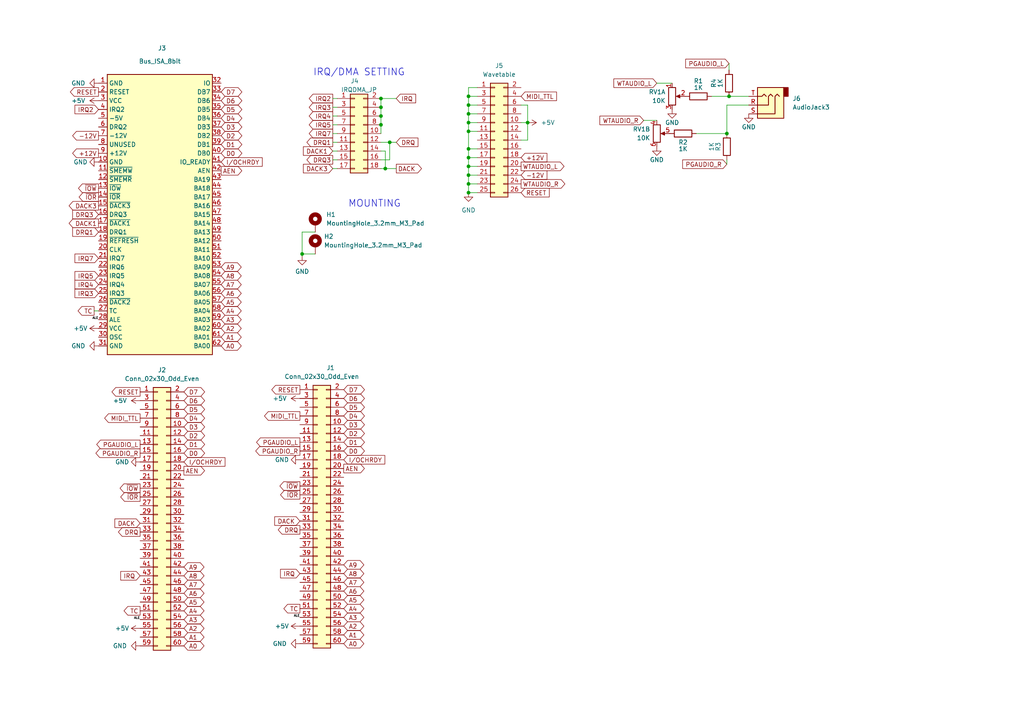
<source format=kicad_sch>
(kicad_sch (version 20230121) (generator eeschema)
  (paper "A4")
  (title_block (title "PicoGUS v1.1"))
  (lib_symbols
    (symbol "Connector:Bus_ISA_8bit"
      (property "Reference" "J3" (at 0.635 48.26 0))
      (property "Value" "Bus_ISA_8bit" (at 0 44.45 0))
      (symbol "Bus_ISA_8bit_0_1"
        (rectangle (start -15.24 -40.64) (end 15.24 40.64) (stroke (width 0.254)) (fill (type background)))
      )
      (symbol "Bus_ISA_8bit_1_1"
        (pin power_out line (at -17.78 38.1 0) (length 2.54) (name "GND") (number "1"))
        (pin passive line (at -17.78 15.24 0) (length 2.54) (name "GND") (number "10"))
        (pin output line (at -17.78 12.7 0) (length 2.54) (name "~{SMEMW}") (number "11"))
        (pin output line (at -17.78 10.16 0) (length 2.54) (name "~{SMEMR}") (number "12"))
        (pin output line (at -17.78 7.62 0) (length 2.54) (name "~{IOW}") (number "13"))
        (pin output line (at -17.78 5.08 0) (length 2.54) (name "~{IOR}") (number "14"))
        (pin passive line (at -17.78 2.54 0) (length 2.54) (name "~{DACK3}") (number "15"))
        (pin passive line (at -17.78 0 0) (length 2.54) (name "DRQ3") (number "16"))
        (pin passive line (at -17.78 -2.54 0) (length 2.54) (name "~{DACK1}") (number "17"))
        (pin passive line (at -17.78 -5.08 0) (length 2.54) (name "DRQ1") (number "18"))
        (pin passive line (at -17.78 -7.62 0) (length 2.54) (name "~{REFRESH}") (number "19"))
        (pin output line (at -17.78 35.56 0) (length 2.54) (name "RESET") (number "2"))
        (pin output line (at -17.78 -10.16 0) (length 2.54) (name "CLK") (number "20"))
        (pin passive line (at -17.78 -12.7 0) (length 2.54) (name "IRQ7") (number "21"))
        (pin passive line (at -17.78 -15.24 0) (length 2.54) (name "IRQ6") (number "22"))
        (pin passive line (at -17.78 -17.78 0) (length 2.54) (name "IRQ5") (number "23"))
        (pin passive line (at -17.78 -20.32 0) (length 2.54) (name "IRQ4") (number "24"))
        (pin passive line (at -17.78 -22.86 0) (length 2.54) (name "IRQ3") (number "25"))
        (pin passive line (at -17.78 -25.4 0) (length 2.54) (name "~{DACK2}") (number "26"))
        (pin passive line (at -17.78 -27.94 0) (length 2.54) (name "TC") (number "27"))
        (pin output line (at -17.78 -30.48 0) (length 2.54) (name "ALE") (number "28"))
        (pin passive line (at -17.78 -33.02 0) (length 2.54) (name "VCC") (number "29"))
        (pin power_out line (at -17.78 33.02 0) (length 2.54) (name "VCC") (number "3"))
        (pin output line (at -17.78 -35.56 0) (length 2.54) (name "OSC") (number "30"))
        (pin passive line (at -17.78 -38.1 0) (length 2.54) (name "GND") (number "31"))
        (pin passive line (at 17.78 38.1 180) (length 2.54) (name "IO") (number "32"))
        (pin tri_state line (at 17.78 35.56 180) (length 2.54) (name "DB7") (number "33"))
        (pin tri_state line (at 17.78 33.02 180) (length 2.54) (name "DB6") (number "34"))
        (pin tri_state line (at 17.78 30.48 180) (length 2.54) (name "DB5") (number "35"))
        (pin tri_state line (at 17.78 27.94 180) (length 2.54) (name "DB4") (number "36"))
        (pin tri_state line (at 17.78 25.4 180) (length 2.54) (name "DB3") (number "37"))
        (pin tri_state line (at 17.78 22.86 180) (length 2.54) (name "DB2") (number "38"))
        (pin tri_state line (at 17.78 20.32 180) (length 2.54) (name "DB1") (number "39"))
        (pin passive line (at -17.78 30.48 0) (length 2.54) (name "IRQ2") (number "4"))
        (pin tri_state line (at 17.78 17.78 180) (length 2.54) (name "DB0") (number "40"))
        (pin passive line (at 17.78 15.24 180) (length 2.54) (name "IO_READY") (number "41"))
        (pin output line (at 17.78 12.7 180) (length 2.54) (name "AEN") (number "42"))
        (pin tri_state line (at 17.78 10.16 180) (length 2.54) (name "BA19") (number "43"))
        (pin tri_state line (at 17.78 7.62 180) (length 2.54) (name "BA18") (number "44"))
        (pin tri_state line (at 17.78 5.08 180) (length 2.54) (name "BA17") (number "45"))
        (pin tri_state line (at 17.78 2.54 180) (length 2.54) (name "BA16") (number "46"))
        (pin tri_state line (at 17.78 0 180) (length 2.54) (name "BA15") (number "47"))
        (pin tri_state line (at 17.78 -2.54 180) (length 2.54) (name "BA14") (number "48"))
        (pin tri_state line (at 17.78 -5.08 180) (length 2.54) (name "BA13") (number "49"))
        (pin power_out line (at -17.78 27.94 0) (length 2.54) (name "-5V") (number "5"))
        (pin tri_state line (at 17.78 -7.62 180) (length 2.54) (name "BA12") (number "50"))
        (pin tri_state line (at 17.78 -10.16 180) (length 2.54) (name "BA11") (number "51"))
        (pin tri_state line (at 17.78 -12.7 180) (length 2.54) (name "BA10") (number "52"))
        (pin tri_state line (at 17.78 -15.24 180) (length 2.54) (name "BA09") (number "53"))
        (pin tri_state line (at 17.78 -17.78 180) (length 2.54) (name "BA08") (number "54"))
        (pin tri_state line (at 17.78 -20.32 180) (length 2.54) (name "BA07") (number "55"))
        (pin tri_state line (at 17.78 -22.86 180) (length 2.54) (name "BA06") (number "56"))
        (pin tri_state line (at 17.78 -25.4 180) (length 2.54) (name "BA05") (number "57"))
        (pin tri_state line (at 17.78 -27.94 180) (length 2.54) (name "BA04") (number "58"))
        (pin tri_state line (at 17.78 -30.48 180) (length 2.54) (name "BA03") (number "59"))
        (pin passive line (at -17.78 25.4 0) (length 2.54) (name "DRQ2") (number "6"))
        (pin tri_state line (at 17.78 -33.02 180) (length 2.54) (name "BA02") (number "60"))
        (pin tri_state line (at 17.78 -35.56 180) (length 2.54) (name "BA01") (number "61"))
        (pin tri_state line (at 17.78 -38.1 180) (length 2.54) (name "BA00") (number "62"))
        (pin power_out line (at -17.78 22.86 0) (length 2.54) (name "-12V") (number "7"))
        (pin passive line (at -17.78 20.32 0) (length 2.54) (name "UNUSED") (number "8"))
        (pin power_out line (at -17.78 17.78 0) (length 2.54) (name "+12V") (number "9"))
      )
    )
    (symbol "Connector_Audio:AudioJack3"
      (property "Reference" "J" (at 0 8.89 0))
      (property "Value" "AudioJack3" (at 0 6.35 0))
      (symbol "AudioJack3_0_1"
        (rectangle (start -5.08 -5.08) (end -6.35 -2.54) (stroke (width 0.254)) (fill (type outline)))
        (polyline (pts (xy 0 -2.54) (xy 0.635 -3.175) (xy 1.27 -2.54) (xy 2.54 -2.54)) (stroke (width 0.254)))
        (polyline (pts (xy -1.905 -2.54) (xy -1.27 -3.175) (xy -0.635 -2.54) (xy -0.635 0) (xy 2.54 0)) (stroke (width 0.254)))
        (polyline (pts (xy 2.54 2.54) (xy -2.54 2.54) (xy -2.54 -2.54) (xy -3.175 -3.175) (xy -3.81 -2.54)) (stroke (width 0.254)))
        (rectangle (start 2.54 3.81) (end -5.08 -5.08) (stroke (width 0.254)) (fill (type background)))
      )
      (symbol "AudioJack3_1_1"
        (pin passive line (at 5.08 0 180) (length 2.54) (name "~") (number "R"))
        (pin passive line (at 5.08 2.54 180) (length 2.54) (name "~") (number "S"))
        (pin passive line (at 5.08 -2.54 180) (length 2.54) (name "~") (number "T"))
      )
    )
    (symbol "Connector_Generic:Conn_02x09_Odd_Even" (pin_names (offset 1.016) hide)
      (property "Reference" "J" (at 1.27 12.7 0))
      (property "Value" "Conn_02x09_Odd_Even" (at 1.27 -12.7 0))
      (symbol "Conn_02x09_Odd_Even_1_1"
        (rectangle (start -1.27 -10.033) (end 0 -10.287) (stroke (width 0.1524)))
        (rectangle (start -1.27 -7.493) (end 0 -7.747) (stroke (width 0.1524)))
        (rectangle (start -1.27 -4.953) (end 0 -5.207) (stroke (width 0.1524)))
        (rectangle (start -1.27 -2.413) (end 0 -2.667) (stroke (width 0.1524)))
        (rectangle (start -1.27 0.127) (end 0 -0.127) (stroke (width 0.1524)))
        (rectangle (start -1.27 2.667) (end 0 2.413) (stroke (width 0.1524)))
        (rectangle (start -1.27 5.207) (end 0 4.953) (stroke (width 0.1524)))
        (rectangle (start -1.27 7.747) (end 0 7.493) (stroke (width 0.1524)))
        (rectangle (start -1.27 10.287) (end 0 10.033) (stroke (width 0.1524)))
        (rectangle (start -1.27 11.43) (end 3.81 -11.43) (stroke (width 0.254)) (fill (type background)))
        (rectangle (start 3.81 -10.033) (end 2.54 -10.287) (stroke (width 0.1524)))
        (rectangle (start 3.81 -7.493) (end 2.54 -7.747) (stroke (width 0.1524)))
        (rectangle (start 3.81 -4.953) (end 2.54 -5.207) (stroke (width 0.1524)))
        (rectangle (start 3.81 -2.413) (end 2.54 -2.667) (stroke (width 0.1524)))
        (rectangle (start 3.81 0.127) (end 2.54 -0.127) (stroke (width 0.1524)))
        (rectangle (start 3.81 2.667) (end 2.54 2.413) (stroke (width 0.1524)))
        (rectangle (start 3.81 5.207) (end 2.54 4.953) (stroke (width 0.1524)))
        (rectangle (start 3.81 7.747) (end 2.54 7.493) (stroke (width 0.1524)))
        (rectangle (start 3.81 10.287) (end 2.54 10.033) (stroke (width 0.1524)))
        (pin passive line (at -5.08 10.16 0) (length 3.81) (name "Pin_1") (number "1"))
        (pin passive line (at 7.62 0 180) (length 3.81) (name "Pin_10") (number "10"))
        (pin passive line (at -5.08 -2.54 0) (length 3.81) (name "Pin_11") (number "11"))
        (pin passive line (at 7.62 -2.54 180) (length 3.81) (name "Pin_12") (number "12"))
        (pin passive line (at -5.08 -5.08 0) (length 3.81) (name "Pin_13") (number "13"))
        (pin passive line (at 7.62 -5.08 180) (length 3.81) (name "Pin_14") (number "14"))
        (pin passive line (at -5.08 -7.62 0) (length 3.81) (name "Pin_15") (number "15"))
        (pin passive line (at 7.62 -7.62 180) (length 3.81) (name "Pin_16") (number "16"))
        (pin passive line (at -5.08 -10.16 0) (length 3.81) (name "Pin_17") (number "17"))
        (pin passive line (at 7.62 -10.16 180) (length 3.81) (name "Pin_18") (number "18"))
        (pin passive line (at 7.62 10.16 180) (length 3.81) (name "Pin_2") (number "2"))
        (pin passive line (at -5.08 7.62 0) (length 3.81) (name "Pin_3") (number "3"))
        (pin passive line (at 7.62 7.62 180) (length 3.81) (name "Pin_4") (number "4"))
        (pin passive line (at -5.08 5.08 0) (length 3.81) (name "Pin_5") (number "5"))
        (pin passive line (at 7.62 5.08 180) (length 3.81) (name "Pin_6") (number "6"))
        (pin passive line (at -5.08 2.54 0) (length 3.81) (name "Pin_7") (number "7"))
        (pin passive line (at 7.62 2.54 180) (length 3.81) (name "Pin_8") (number "8"))
        (pin passive line (at -5.08 0 0) (length 3.81) (name "Pin_9") (number "9"))
      )
    )
    (symbol "Connector_Generic:Conn_02x13_Odd_Even" (pin_names (offset 1.016) hide)
      (property "Reference" "J" (at 1.27 17.78 0))
      (property "Value" "Conn_02x13_Odd_Even" (at 1.27 -17.78 0))
      (symbol "Conn_02x13_Odd_Even_1_1"
        (rectangle (start -1.27 -15.113) (end 0 -15.367) (stroke (width 0.1524)))
        (rectangle (start -1.27 -12.573) (end 0 -12.827) (stroke (width 0.1524)))
        (rectangle (start -1.27 -10.033) (end 0 -10.287) (stroke (width 0.1524)))
        (rectangle (start -1.27 -7.493) (end 0 -7.747) (stroke (width 0.1524)))
        (rectangle (start -1.27 -4.953) (end 0 -5.207) (stroke (width 0.1524)))
        (rectangle (start -1.27 -2.413) (end 0 -2.667) (stroke (width 0.1524)))
        (rectangle (start -1.27 0.127) (end 0 -0.127) (stroke (width 0.1524)))
        (rectangle (start -1.27 2.667) (end 0 2.413) (stroke (width 0.1524)))
        (rectangle (start -1.27 5.207) (end 0 4.953) (stroke (width 0.1524)))
        (rectangle (start -1.27 7.747) (end 0 7.493) (stroke (width 0.1524)))
        (rectangle (start -1.27 10.287) (end 0 10.033) (stroke (width 0.1524)))
        (rectangle (start -1.27 12.827) (end 0 12.573) (stroke (width 0.1524)))
        (rectangle (start -1.27 15.367) (end 0 15.113) (stroke (width 0.1524)))
        (rectangle (start -1.27 16.51) (end 3.81 -16.51) (stroke (width 0.254)) (fill (type background)))
        (rectangle (start 3.81 -15.113) (end 2.54 -15.367) (stroke (width 0.1524)))
        (rectangle (start 3.81 -12.573) (end 2.54 -12.827) (stroke (width 0.1524)))
        (rectangle (start 3.81 -10.033) (end 2.54 -10.287) (stroke (width 0.1524)))
        (rectangle (start 3.81 -7.493) (end 2.54 -7.747) (stroke (width 0.1524)))
        (rectangle (start 3.81 -4.953) (end 2.54 -5.207) (stroke (width 0.1524)))
        (rectangle (start 3.81 -2.413) (end 2.54 -2.667) (stroke (width 0.1524)))
        (rectangle (start 3.81 0.127) (end 2.54 -0.127) (stroke (width 0.1524)))
        (rectangle (start 3.81 2.667) (end 2.54 2.413) (stroke (width 0.1524)))
        (rectangle (start 3.81 5.207) (end 2.54 4.953) (stroke (width 0.1524)))
        (rectangle (start 3.81 7.747) (end 2.54 7.493) (stroke (width 0.1524)))
        (rectangle (start 3.81 10.287) (end 2.54 10.033) (stroke (width 0.1524)))
        (rectangle (start 3.81 12.827) (end 2.54 12.573) (stroke (width 0.1524)))
        (rectangle (start 3.81 15.367) (end 2.54 15.113) (stroke (width 0.1524)))
        (pin passive line (at -5.08 15.24 0) (length 3.81) (name "Pin_1") (number "1"))
        (pin passive line (at 7.62 5.08 180) (length 3.81) (name "Pin_10") (number "10"))
        (pin passive line (at -5.08 2.54 0) (length 3.81) (name "Pin_11") (number "11"))
        (pin passive line (at 7.62 2.54 180) (length 3.81) (name "Pin_12") (number "12"))
        (pin passive line (at -5.08 0 0) (length 3.81) (name "Pin_13") (number "13"))
        (pin passive line (at 7.62 0 180) (length 3.81) (name "Pin_14") (number "14"))
        (pin passive line (at -5.08 -2.54 0) (length 3.81) (name "Pin_15") (number "15"))
        (pin passive line (at 7.62 -2.54 180) (length 3.81) (name "Pin_16") (number "16"))
        (pin passive line (at -5.08 -5.08 0) (length 3.81) (name "Pin_17") (number "17"))
        (pin passive line (at 7.62 -5.08 180) (length 3.81) (name "Pin_18") (number "18"))
        (pin passive line (at -5.08 -7.62 0) (length 3.81) (name "Pin_19") (number "19"))
        (pin passive line (at 7.62 15.24 180) (length 3.81) (name "Pin_2") (number "2"))
        (pin passive line (at 7.62 -7.62 180) (length 3.81) (name "Pin_20") (number "20"))
        (pin passive line (at -5.08 -10.16 0) (length 3.81) (name "Pin_21") (number "21"))
        (pin passive line (at 7.62 -10.16 180) (length 3.81) (name "Pin_22") (number "22"))
        (pin passive line (at -5.08 -12.7 0) (length 3.81) (name "Pin_23") (number "23"))
        (pin passive line (at 7.62 -12.7 180) (length 3.81) (name "Pin_24") (number "24"))
        (pin passive line (at -5.08 -15.24 0) (length 3.81) (name "Pin_25") (number "25"))
        (pin passive line (at 7.62 -15.24 180) (length 3.81) (name "Pin_26") (number "26"))
        (pin passive line (at -5.08 12.7 0) (length 3.81) (name "Pin_3") (number "3"))
        (pin passive line (at 7.62 12.7 180) (length 3.81) (name "Pin_4") (number "4"))
        (pin passive line (at -5.08 10.16 0) (length 3.81) (name "Pin_5") (number "5"))
        (pin passive line (at 7.62 10.16 180) (length 3.81) (name "Pin_6") (number "6"))
        (pin passive line (at -5.08 7.62 0) (length 3.81) (name "Pin_7") (number "7"))
        (pin passive line (at 7.62 7.62 180) (length 3.81) (name "Pin_8") (number "8"))
        (pin passive line (at -5.08 5.08 0) (length 3.81) (name "Pin_9") (number "9"))
      )
    )
    (symbol "Connector_Generic:Conn_02x30_Odd_Even" (pin_names (offset 1.016) hide)
      (property "Reference" "J" (at 1.27 38.1 0))
      (property "Value" "Conn_02x30_Odd_Even" (at 1.27 -40.64 0))
      (symbol "Conn_02x30_Odd_Even_1_1"
        (rectangle (start -1.27 -37.973) (end 0 -38.227) (stroke (width 0.1524)))
        (rectangle (start -1.27 -35.433) (end 0 -35.687) (stroke (width 0.1524)))
        (rectangle (start -1.27 -32.893) (end 0 -33.147) (stroke (width 0.1524)))
        (rectangle (start -1.27 -30.353) (end 0 -30.607) (stroke (width 0.1524)))
        (rectangle (start -1.27 -27.813) (end 0 -28.067) (stroke (width 0.1524)))
        (rectangle (start -1.27 -25.273) (end 0 -25.527) (stroke (width 0.1524)))
        (rectangle (start -1.27 -22.733) (end 0 -22.987) (stroke (width 0.1524)))
        (rectangle (start -1.27 -20.193) (end 0 -20.447) (stroke (width 0.1524)))
        (rectangle (start -1.27 -17.653) (end 0 -17.907) (stroke (width 0.1524)))
        (rectangle (start -1.27 -15.113) (end 0 -15.367) (stroke (width 0.1524)))
        (rectangle (start -1.27 -12.573) (end 0 -12.827) (stroke (width 0.1524)))
        (rectangle (start -1.27 -10.033) (end 0 -10.287) (stroke (width 0.1524)))
        (rectangle (start -1.27 -7.493) (end 0 -7.747) (stroke (width 0.1524)))
        (rectangle (start -1.27 -4.953) (end 0 -5.207) (stroke (width 0.1524)))
        (rectangle (start -1.27 -2.413) (end 0 -2.667) (stroke (width 0.1524)))
        (rectangle (start -1.27 0.127) (end 0 -0.127) (stroke (width 0.1524)))
        (rectangle (start -1.27 2.667) (end 0 2.413) (stroke (width 0.1524)))
        (rectangle (start -1.27 5.207) (end 0 4.953) (stroke (width 0.1524)))
        (rectangle (start -1.27 7.747) (end 0 7.493) (stroke (width 0.1524)))
        (rectangle (start -1.27 10.287) (end 0 10.033) (stroke (width 0.1524)))
        (rectangle (start -1.27 12.827) (end 0 12.573) (stroke (width 0.1524)))
        (rectangle (start -1.27 15.367) (end 0 15.113) (stroke (width 0.1524)))
        (rectangle (start -1.27 17.907) (end 0 17.653) (stroke (width 0.1524)))
        (rectangle (start -1.27 20.447) (end 0 20.193) (stroke (width 0.1524)))
        (rectangle (start -1.27 22.987) (end 0 22.733) (stroke (width 0.1524)))
        (rectangle (start -1.27 25.527) (end 0 25.273) (stroke (width 0.1524)))
        (rectangle (start -1.27 28.067) (end 0 27.813) (stroke (width 0.1524)))
        (rectangle (start -1.27 30.607) (end 0 30.353) (stroke (width 0.1524)))
        (rectangle (start -1.27 33.147) (end 0 32.893) (stroke (width 0.1524)))
        (rectangle (start -1.27 35.687) (end 0 35.433) (stroke (width 0.1524)))
        (rectangle (start -1.27 36.83) (end 3.81 -39.37) (stroke (width 0.254)) (fill (type background)))
        (rectangle (start 3.81 -37.973) (end 2.54 -38.227) (stroke (width 0.1524)))
        (rectangle (start 3.81 -35.433) (end 2.54 -35.687) (stroke (width 0.1524)))
        (rectangle (start 3.81 -32.893) (end 2.54 -33.147) (stroke (width 0.1524)))
        (rectangle (start 3.81 -30.353) (end 2.54 -30.607) (stroke (width 0.1524)))
        (rectangle (start 3.81 -27.813) (end 2.54 -28.067) (stroke (width 0.1524)))
        (rectangle (start 3.81 -25.273) (end 2.54 -25.527) (stroke (width 0.1524)))
        (rectangle (start 3.81 -22.733) (end 2.54 -22.987) (stroke (width 0.1524)))
        (rectangle (start 3.81 -20.193) (end 2.54 -20.447) (stroke (width 0.1524)))
        (rectangle (start 3.81 -17.653) (end 2.54 -17.907) (stroke (width 0.1524)))
        (rectangle (start 3.81 -15.113) (end 2.54 -15.367) (stroke (width 0.1524)))
        (rectangle (start 3.81 -12.573) (end 2.54 -12.827) (stroke (width 0.1524)))
        (rectangle (start 3.81 -10.033) (end 2.54 -10.287) (stroke (width 0.1524)))
        (rectangle (start 3.81 -7.493) (end 2.54 -7.747) (stroke (width 0.1524)))
        (rectangle (start 3.81 -4.953) (end 2.54 -5.207) (stroke (width 0.1524)))
        (rectangle (start 3.81 -2.413) (end 2.54 -2.667) (stroke (width 0.1524)))
        (rectangle (start 3.81 0.127) (end 2.54 -0.127) (stroke (width 0.1524)))
        (rectangle (start 3.81 2.667) (end 2.54 2.413) (stroke (width 0.1524)))
        (rectangle (start 3.81 5.207) (end 2.54 4.953) (stroke (width 0.1524)))
        (rectangle (start 3.81 7.747) (end 2.54 7.493) (stroke (width 0.1524)))
        (rectangle (start 3.81 10.287) (end 2.54 10.033) (stroke (width 0.1524)))
        (rectangle (start 3.81 12.827) (end 2.54 12.573) (stroke (width 0.1524)))
        (rectangle (start 3.81 15.367) (end 2.54 15.113) (stroke (width 0.1524)))
        (rectangle (start 3.81 17.907) (end 2.54 17.653) (stroke (width 0.1524)))
        (rectangle (start 3.81 20.447) (end 2.54 20.193) (stroke (width 0.1524)))
        (rectangle (start 3.81 22.987) (end 2.54 22.733) (stroke (width 0.1524)))
        (rectangle (start 3.81 25.527) (end 2.54 25.273) (stroke (width 0.1524)))
        (rectangle (start 3.81 28.067) (end 2.54 27.813) (stroke (width 0.1524)))
        (rectangle (start 3.81 30.607) (end 2.54 30.353) (stroke (width 0.1524)))
        (rectangle (start 3.81 33.147) (end 2.54 32.893) (stroke (width 0.1524)))
        (rectangle (start 3.81 35.687) (end 2.54 35.433) (stroke (width 0.1524)))
        (pin passive line (at -5.08 35.56 0) (length 3.81) (name "Pin_1") (number "1"))
        (pin passive line (at 7.62 25.4 180) (length 3.81) (name "Pin_10") (number "10"))
        (pin passive line (at -5.08 22.86 0) (length 3.81) (name "Pin_11") (number "11"))
        (pin passive line (at 7.62 22.86 180) (length 3.81) (name "Pin_12") (number "12"))
        (pin passive line (at -5.08 20.32 0) (length 3.81) (name "Pin_13") (number "13"))
        (pin passive line (at 7.62 20.32 180) (length 3.81) (name "Pin_14") (number "14"))
        (pin passive line (at -5.08 17.78 0) (length 3.81) (name "Pin_15") (number "15"))
        (pin passive line (at 7.62 17.78 180) (length 3.81) (name "Pin_16") (number "16"))
        (pin passive line (at -5.08 15.24 0) (length 3.81) (name "Pin_17") (number "17"))
        (pin passive line (at 7.62 15.24 180) (length 3.81) (name "Pin_18") (number "18"))
        (pin passive line (at -5.08 12.7 0) (length 3.81) (name "Pin_19") (number "19"))
        (pin passive line (at 7.62 35.56 180) (length 3.81) (name "Pin_2") (number "2"))
        (pin passive line (at 7.62 12.7 180) (length 3.81) (name "Pin_20") (number "20"))
        (pin passive line (at -5.08 10.16 0) (length 3.81) (name "Pin_21") (number "21"))
        (pin passive line (at 7.62 10.16 180) (length 3.81) (name "Pin_22") (number "22"))
        (pin passive line (at -5.08 7.62 0) (length 3.81) (name "Pin_23") (number "23"))
        (pin passive line (at 7.62 7.62 180) (length 3.81) (name "Pin_24") (number "24"))
        (pin passive line (at -5.08 5.08 0) (length 3.81) (name "Pin_25") (number "25"))
        (pin passive line (at 7.62 5.08 180) (length 3.81) (name "Pin_26") (number "26"))
        (pin passive line (at -5.08 2.54 0) (length 3.81) (name "Pin_27") (number "27"))
        (pin passive line (at 7.62 2.54 180) (length 3.81) (name "Pin_28") (number "28"))
        (pin passive line (at -5.08 0 0) (length 3.81) (name "Pin_29") (number "29"))
        (pin passive line (at -5.08 33.02 0) (length 3.81) (name "Pin_3") (number "3"))
        (pin passive line (at 7.62 0 180) (length 3.81) (name "Pin_30") (number "30"))
        (pin passive line (at -5.08 -2.54 0) (length 3.81) (name "Pin_31") (number "31"))
        (pin passive line (at 7.62 -2.54 180) (length 3.81) (name "Pin_32") (number "32"))
        (pin passive line (at -5.08 -5.08 0) (length 3.81) (name "Pin_33") (number "33"))
        (pin passive line (at 7.62 -5.08 180) (length 3.81) (name "Pin_34") (number "34"))
        (pin passive line (at -5.08 -7.62 0) (length 3.81) (name "Pin_35") (number "35"))
        (pin passive line (at 7.62 -7.62 180) (length 3.81) (name "Pin_36") (number "36"))
        (pin passive line (at -5.08 -10.16 0) (length 3.81) (name "Pin_37") (number "37"))
        (pin passive line (at 7.62 -10.16 180) (length 3.81) (name "Pin_38") (number "38"))
        (pin passive line (at -5.08 -12.7 0) (length 3.81) (name "Pin_39") (number "39"))
        (pin passive line (at 7.62 33.02 180) (length 3.81) (name "Pin_4") (number "4"))
        (pin passive line (at 7.62 -12.7 180) (length 3.81) (name "Pin_40") (number "40"))
        (pin passive line (at -5.08 -15.24 0) (length 3.81) (name "Pin_41") (number "41"))
        (pin passive line (at 7.62 -15.24 180) (length 3.81) (name "Pin_42") (number "42"))
        (pin passive line (at -5.08 -17.78 0) (length 3.81) (name "Pin_43") (number "43"))
        (pin passive line (at 7.62 -17.78 180) (length 3.81) (name "Pin_44") (number "44"))
        (pin passive line (at -5.08 -20.32 0) (length 3.81) (name "Pin_45") (number "45"))
        (pin passive line (at 7.62 -20.32 180) (length 3.81) (name "Pin_46") (number "46"))
        (pin passive line (at -5.08 -22.86 0) (length 3.81) (name "Pin_47") (number "47"))
        (pin passive line (at 7.62 -22.86 180) (length 3.81) (name "Pin_48") (number "48"))
        (pin passive line (at -5.08 -25.4 0) (length 3.81) (name "Pin_49") (number "49"))
        (pin passive line (at -5.08 30.48 0) (length 3.81) (name "Pin_5") (number "5"))
        (pin passive line (at 7.62 -25.4 180) (length 3.81) (name "Pin_50") (number "50"))
        (pin passive line (at -5.08 -27.94 0) (length 3.81) (name "Pin_51") (number "51"))
        (pin passive line (at 7.62 -27.94 180) (length 3.81) (name "Pin_52") (number "52"))
        (pin passive line (at -5.08 -30.48 0) (length 3.81) (name "Pin_53") (number "53"))
        (pin passive line (at 7.62 -30.48 180) (length 3.81) (name "Pin_54") (number "54"))
        (pin passive line (at -5.08 -33.02 0) (length 3.81) (name "Pin_55") (number "55"))
        (pin passive line (at 7.62 -33.02 180) (length 3.81) (name "Pin_56") (number "56"))
        (pin passive line (at -5.08 -35.56 0) (length 3.81) (name "Pin_57") (number "57"))
        (pin passive line (at 7.62 -35.56 180) (length 3.81) (name "Pin_58") (number "58"))
        (pin passive line (at -5.08 -38.1 0) (length 3.81) (name "Pin_59") (number "59"))
        (pin passive line (at 7.62 30.48 180) (length 3.81) (name "Pin_6") (number "6"))
        (pin passive line (at 7.62 -38.1 180) (length 3.81) (name "Pin_60") (number "60"))
        (pin passive line (at -5.08 27.94 0) (length 3.81) (name "Pin_7") (number "7"))
        (pin passive line (at 7.62 27.94 180) (length 3.81) (name "Pin_8") (number "8"))
        (pin passive line (at -5.08 25.4 0) (length 3.81) (name "Pin_9") (number "9"))
      )
    )
    (symbol "Device:R" (pin_numbers hide) (pin_names (offset 0))
      (property "Reference" "R" (at 2.032 0 90))
      (property "Value" "R" (at 0 0 90))
      (symbol "R_0_1"
        (rectangle (start -1.016 -2.54) (end 1.016 2.54) (stroke (width 0.254)))
      )
      (symbol "R_1_1"
        (pin passive line (at 0 3.81 270) (length 1.27) (name "~") (number "1"))
        (pin passive line (at 0 -3.81 90) (length 1.27) (name "~") (number "2"))
      )
    )
    (symbol "Device:R_Potentiometer_Dual_Separate" (pin_names (offset 1.016) hide)
      (property "Reference" "RV" (at -4.445 0 90))
      (property "Value" "R_Potentiometer_Dual_Separate" (at -2.54 0 90))
      (symbol "R_Potentiometer_Dual_Separate_0_1"
        (polyline (pts (xy 2.54 0) (xy 1.524 0)))
        (polyline (pts (xy 1.143 0) (xy 2.286 0.508) (xy 2.286 -0.508) (xy 1.143 0)) (fill (type outline)))
        (rectangle (start 1.016 2.54) (end -1.016 -2.54) (stroke (width 0.254)))
      )
      (symbol "R_Potentiometer_Dual_Separate_1_1"
        (pin passive line (at 0 3.81 270) (length 1.27) (name "1") (number "1"))
        (pin passive line (at 3.81 0 180) (length 1.27) (name "2") (number "2"))
        (pin passive line (at 0 -3.81 90) (length 1.27) (name "3") (number "3"))
      )
      (symbol "R_Potentiometer_Dual_Separate_2_1"
        (pin passive line (at 0 3.81 270) (length 1.27) (name "4") (number "4"))
        (pin passive line (at 3.81 0 180) (length 1.27) (name "5") (number "5"))
        (pin passive line (at 0 -3.81 90) (length 1.27) (name "6") (number "6"))
      )
    )
    (symbol "GND_1" (power) (pin_names (offset 0))
      (property "Value" "GND_1" (at 0 -3.81 0))
      (symbol "GND_1_0_1"
        (polyline (pts (xy 0 0) (xy 0 -1.27) (xy 1.27 -1.27) (xy 0 -2.54) (xy -1.27 -1.27) (xy 0 -1.27)))
      )
      (symbol "GND_1_1_1"
        (pin power_in line (at 0 0 270) (length 0) hide (name "GND") (number "1"))
      )
    )
    (symbol "Mechanical:MountingHole_Pad" (pin_numbers hide) (pin_names (offset 1.016) hide)
      (property "Reference" "H" (at 0 6.35 0))
      (property "Value" "MountingHole_Pad" (at 0 4.445 0))
      (symbol "MountingHole_Pad_0_1"
        (circle (center 0 1.27) (radius 1.27) (stroke (width 1.27)))
      )
      (symbol "MountingHole_Pad_1_1"
        (pin input line (at 0 -2.54 90) (length 2.54) (name "1") (number "1"))
      )
    )
    (symbol "power:+5V" (power) (pin_names (offset 0))
      (property "Value" "+5V" (at 0 3.556 0))
      (symbol "+5V_0_1"
        (polyline (pts (xy -0.762 1.27) (xy 0 2.54)))
        (polyline (pts (xy 0 0) (xy 0 2.54)))
        (polyline (pts (xy 0 2.54) (xy 0.762 1.27)))
      )
      (symbol "+5V_1_1"
        (pin power_in line (at 0 0 90) (length 0) hide (name "+5V") (number "1"))
      )
    )
    (symbol "power:GND" (power) (pin_names (offset 0))
      (property "Value" "GND" (at 0 -3.81 0))
      (symbol "GND_0_1"
        (polyline (pts (xy 0 0) (xy 0 -1.27) (xy 1.27 -1.27) (xy 0 -2.54) (xy -1.27 -1.27) (xy 0 -1.27)))
      )
      (symbol "GND_1_1"
        (pin power_in line (at 0 0 270) (length 0) hide (name "GND") (number "1"))
      )
    )
  )
  (junction (at 87.63 73.66))
  (junction (at 135.89 53.34))
  (junction (at 135.89 50.8))
  (junction (at 135.89 48.26))
  (junction (at 135.89 43.18))
  (junction (at 135.89 35.56))
  (junction (at 135.89 30.48))
  (junction (at 110.49 28.575))
  (junction (at 135.89 45.72))
  (junction (at 135.89 27.94))
  (junction (at 113.03 41.275))
  (junction (at 210.82 38.735))
  (junction (at 153.035 35.56))
  (junction (at 110.49 33.655))
  (junction (at 211.455 27.94))
  (junction (at 135.89 38.1))
  (junction (at 111.76 48.895))
  (junction (at 135.89 55.88))
  (junction (at 110.49 36.195))
  (junction (at 135.89 33.02))
  (junction (at 110.49 31.115))
  (wire (pts (xy 135.89 48.26) (xy 138.43 48.26)))
  (wire (pts (xy 151.13 40.64) (xy 153.035 40.64)))
  (wire (pts (xy 110.49 28.575) (xy 110.49 31.115)))
  (wire (pts (xy 96.52 38.735) (xy 97.79 38.735)))
  (wire (pts (xy 135.89 53.34) (xy 138.43 53.34)))
  (wire (pts (xy 96.52 46.355) (xy 97.79 46.355)))
  (wire (pts (xy 210.82 30.48) (xy 217.17 30.48)))
  (wire (pts (xy 91.44 67.31) (xy 87.63 67.31)))
  (wire (pts (xy 135.89 55.88) (xy 138.43 55.88)))
  (wire (pts (xy 96.52 28.575) (xy 97.79 28.575)))
  (wire (pts (xy 113.03 46.355) (xy 110.49 46.355)))
  (wire (pts (xy 190.5 24.13) (xy 194.945 24.13)))
  (wire (pts (xy 135.89 35.56) (xy 135.89 33.02)))
  (wire (pts (xy 210.82 47.625) (xy 210.82 46.355)))
  (wire (pts (xy 151.13 35.56) (xy 153.035 35.56)))
  (wire (pts (xy 135.89 50.8) (xy 138.43 50.8)))
  (wire (pts (xy 113.03 41.275) (xy 114.935 41.275)))
  (wire (pts (xy 96.52 43.815) (xy 97.79 43.815)))
  (wire (pts (xy 96.52 33.655) (xy 97.79 33.655)))
  (wire (pts (xy 110.49 43.815) (xy 111.76 43.815)))
  (wire (pts (xy 135.89 43.18) (xy 135.89 38.1)))
  (wire (pts (xy 153.035 35.56) (xy 153.035 30.48)))
  (wire (pts (xy 110.49 36.195) (xy 110.49 38.735)))
  (wire (pts (xy 135.89 55.88) (xy 135.89 53.34)))
  (wire (pts (xy 113.03 41.275) (xy 113.03 46.355)))
  (wire (pts (xy 96.52 41.275) (xy 97.79 41.275)))
  (wire (pts (xy 135.89 50.8) (xy 135.89 48.26)))
  (wire (pts (xy 135.89 53.34) (xy 135.89 50.8)))
  (wire (pts (xy 135.89 33.02) (xy 138.43 33.02)))
  (wire (pts (xy 111.76 48.895) (xy 114.935 48.895)))
  (wire (pts (xy 27.305 90.17) (xy 28.575 90.17)))
  (wire (pts (xy 186.69 34.925) (xy 190.5 34.925)))
  (wire (pts (xy 135.89 25.4) (xy 138.43 25.4)))
  (wire (pts (xy 201.93 38.735) (xy 210.82 38.735)))
  (wire (pts (xy 211.455 27.94) (xy 217.17 27.94)))
  (wire (pts (xy 135.89 45.72) (xy 135.89 43.18)))
  (wire (pts (xy 135.89 27.94) (xy 135.89 25.4)))
  (wire (pts (xy 135.89 27.94) (xy 138.43 27.94)))
  (wire (pts (xy 206.375 27.94) (xy 211.455 27.94)))
  (wire (pts (xy 151.13 30.48) (xy 153.035 30.48)))
  (wire (pts (xy 96.52 31.115) (xy 97.79 31.115)))
  (wire (pts (xy 135.89 38.1) (xy 135.89 35.56)))
  (wire (pts (xy 87.63 73.66) (xy 87.63 74.295)))
  (wire (pts (xy 110.49 31.115) (xy 110.49 33.655)))
  (wire (pts (xy 211.455 18.415) (xy 211.455 20.32)))
  (wire (pts (xy 110.49 48.895) (xy 111.76 48.895)))
  (wire (pts (xy 110.49 33.655) (xy 110.49 36.195)))
  (wire (pts (xy 135.89 43.18) (xy 138.43 43.18)))
  (wire (pts (xy 135.89 30.48) (xy 138.43 30.48)))
  (wire (pts (xy 110.49 28.575) (xy 114.935 28.575)))
  (wire (pts (xy 135.89 33.02) (xy 135.89 30.48)))
  (wire (pts (xy 135.89 38.1) (xy 138.43 38.1)))
  (wire (pts (xy 96.52 48.895) (xy 97.79 48.895)))
  (wire (pts (xy 153.035 40.64) (xy 153.035 35.56)))
  (wire (pts (xy 135.89 48.26) (xy 135.89 45.72)))
  (wire (pts (xy 91.44 73.66) (xy 87.63 73.66)))
  (wire (pts (xy 96.52 36.195) (xy 97.79 36.195)))
  (wire (pts (xy 110.49 41.275) (xy 113.03 41.275)))
  (wire (pts (xy 135.89 35.56) (xy 138.43 35.56)))
  (wire (pts (xy 135.89 45.72) (xy 138.43 45.72)))
  (wire (pts (xy 135.89 30.48) (xy 135.89 27.94)))
  (wire (pts (xy 87.63 67.31) (xy 87.63 73.66)))
  (wire (pts (xy 210.82 38.735) (xy 210.82 30.48)))
  (wire (pts (xy 111.76 43.815) (xy 111.76 48.895)))
  (text "MOUNTING" (at 100.965 60.325 0) (effects (font (size 2 2)) (justify left bottom)))
  (text "IRQ/DMA SETTING" (at 90.805 22.225 0) (effects (font (size 2 2)) (justify left bottom)))
  (label "ALE" (at 40.64 179.705 180) (effects (font (size 0.635 0.635))))
  (label "ALE" (at 86.995 179.07 180) (effects (font (size 0.635 0.635))))
  (label "ALE" (at 28.575 92.71 180) (effects (font (size 0.635 0.635))))
  (global_label "IRQ3" (shape input) (at 28.575 85.09 180) (property "Intersheetrefs" "${INTERSHEET_REFS}" (effects hide)))
  (global_label "A7" (shape bidirectional) (at 53.34 169.545 0) (property "Intersheetrefs" "${INTERSHEET_REFS}" (effects hide)))
  (global_label "A9" (shape bidirectional) (at 64.135 77.47 0) (property "Intersheetrefs" "${INTERSHEET_REFS}" (effects hide)))
  (global_label "D0" (shape bidirectional) (at 64.135 44.45 0) (property "Intersheetrefs" "${INTERSHEET_REFS}" (effects hide)))
  (global_label "PGAUDIO_R" (shape input) (at 210.82 47.625 180) (property "Intersheetrefs" "${INTERSHEET_REFS}" (effects hide)))
  (global_label "D2" (shape bidirectional) (at 53.34 126.365 0) (property "Intersheetrefs" "${INTERSHEET_REFS}" (effects hide)))
  (global_label "A2" (shape bidirectional) (at 53.34 182.245 0) (property "Intersheetrefs" "${INTERSHEET_REFS}" (effects hide)))
  (global_label "A0" (shape bidirectional) (at 64.135 100.33 0) (property "Intersheetrefs" "${INTERSHEET_REFS}" (effects hide)))
  (global_label "WTAUDIO_R" (shape output) (at 151.13 53.34 0) (property "Intersheetrefs" "${INTERSHEET_REFS}" (effects hide)))
  (global_label "A1" (shape bidirectional) (at 64.135 97.79 0) (property "Intersheetrefs" "${INTERSHEET_REFS}" (effects hide)))
  (global_label "D7" (shape bidirectional) (at 53.34 113.665 0) (property "Intersheetrefs" "${INTERSHEET_REFS}" (effects hide)))
  (global_label "A9" (shape bidirectional) (at 53.34 164.465 0) (property "Intersheetrefs" "${INTERSHEET_REFS}" (effects hide)))
  (global_label "DRQ3" (shape output) (at 96.52 46.355 180) (property "Intersheetrefs" "${INTERSHEET_REFS}" (effects hide)))
  (global_label "IRQ4" (shape output) (at 96.52 33.655 180) (property "Intersheetrefs" "${INTERSHEET_REFS}" (effects hide)))
  (global_label "A3" (shape bidirectional) (at 53.34 179.705 0) (property "Intersheetrefs" "${INTERSHEET_REFS}" (effects hide)))
  (global_label "D5" (shape bidirectional) (at 99.695 118.11 0) (property "Intersheetrefs" "${INTERSHEET_REFS}" (effects hide)))
  (global_label "PGAUDIO_L" (shape input) (at 211.455 18.415 180) (property "Intersheetrefs" "${INTERSHEET_REFS}" (effects hide)))
  (global_label "DACK" (shape input) (at 40.64 151.765 180) (property "Intersheetrefs" "${INTERSHEET_REFS}" (effects hide)))
  (global_label "D4" (shape bidirectional) (at 99.695 120.65 0) (property "Intersheetrefs" "${INTERSHEET_REFS}" (effects hide)))
  (global_label "D2" (shape bidirectional) (at 64.135 39.37 0) (property "Intersheetrefs" "${INTERSHEET_REFS}" (effects hide)))
  (global_label "WTAUDIO_L" (shape output) (at 151.13 48.26 0) (property "Intersheetrefs" "${INTERSHEET_REFS}" (effects hide)))
  (global_label "A4" (shape bidirectional) (at 99.695 176.53 0) (property "Intersheetrefs" "${INTERSHEET_REFS}" (effects hide)))
  (global_label "D6" (shape bidirectional) (at 99.695 115.57 0) (property "Intersheetrefs" "${INTERSHEET_REFS}" (effects hide)))
  (global_label "A2" (shape bidirectional) (at 99.695 181.61 0) (property "Intersheetrefs" "${INTERSHEET_REFS}" (effects hide)))
  (global_label "RESET" (shape input) (at 151.13 55.88 0) (property "Intersheetrefs" "${INTERSHEET_REFS}" (effects hide)))
  (global_label "DACK1" (shape output) (at 28.575 64.77 180) (property "Intersheetrefs" "${INTERSHEET_REFS}" (effects hide)))
  (global_label "D1" (shape bidirectional) (at 64.135 41.91 0) (property "Intersheetrefs" "${INTERSHEET_REFS}" (effects hide)))
  (global_label "D1" (shape bidirectional) (at 99.695 128.27 0) (property "Intersheetrefs" "${INTERSHEET_REFS}" (effects hide)))
  (global_label "A5" (shape bidirectional) (at 53.34 174.625 0) (property "Intersheetrefs" "${INTERSHEET_REFS}" (effects hide)))
  (global_label "DACK1" (shape input) (at 96.52 43.815 180) (property "Intersheetrefs" "${INTERSHEET_REFS}" (effects hide)))
  (global_label "A4" (shape bidirectional) (at 53.34 177.165 0) (property "Intersheetrefs" "${INTERSHEET_REFS}" (effects hide)))
  (global_label "IRQ5" (shape output) (at 96.52 36.195 180) (property "Intersheetrefs" "${INTERSHEET_REFS}" (effects hide)))
  (global_label "DRQ3" (shape input) (at 28.575 62.23 180) (property "Intersheetrefs" "${INTERSHEET_REFS}" (effects hide)))
  (global_label "A3" (shape bidirectional) (at 99.695 179.07 0) (property "Intersheetrefs" "${INTERSHEET_REFS}" (effects hide)))
  (global_label "A8" (shape bidirectional) (at 64.135 80.01 0) (property "Intersheetrefs" "${INTERSHEET_REFS}" (effects hide)))
  (global_label "D7" (shape bidirectional) (at 99.695 113.03 0) (property "Intersheetrefs" "${INTERSHEET_REFS}" (effects hide)))
  (global_label "A6" (shape bidirectional) (at 99.695 171.45 0) (property "Intersheetrefs" "${INTERSHEET_REFS}" (effects hide)))
  (global_label "D3" (shape bidirectional) (at 99.695 123.19 0) (property "Intersheetrefs" "${INTERSHEET_REFS}" (effects hide)))
  (global_label "PGAUDIO_L" (shape output) (at 86.995 128.27 180) (property "Intersheetrefs" "${INTERSHEET_REFS}" (effects hide)))
  (global_label "A6" (shape bidirectional) (at 53.34 172.085 0) (property "Intersheetrefs" "${INTERSHEET_REFS}" (effects hide)))
  (global_label "WTAUDIO_R" (shape input) (at 186.69 34.925 180) (property "Intersheetrefs" "${INTERSHEET_REFS}" (effects hide)))
  (global_label "TC" (shape output) (at 86.995 176.53 180) (property "Intersheetrefs" "${INTERSHEET_REFS}" (effects hide)))
  (global_label "A6" (shape bidirectional) (at 64.135 85.09 0) (property "Intersheetrefs" "${INTERSHEET_REFS}" (effects hide)))
  (global_label "DACK3" (shape output) (at 28.575 59.69 180) (property "Intersheetrefs" "${INTERSHEET_REFS}" (effects hide)))
  (global_label "D0" (shape bidirectional) (at 53.34 131.445 0) (property "Intersheetrefs" "${INTERSHEET_REFS}" (effects hide)))
  (global_label "MIDI_TTL" (shape output) (at 86.995 120.65 180) (property "Intersheetrefs" "${INTERSHEET_REFS}" (effects hide)))
  (global_label "A0" (shape bidirectional) (at 53.34 187.325 0) (property "Intersheetrefs" "${INTERSHEET_REFS}" (effects hide)))
  (global_label "-12V" (shape input) (at 151.13 50.8 0) (property "Intersheetrefs" "${INTERSHEET_REFS}" (effects hide)))
  (global_label "A2" (shape bidirectional) (at 64.135 95.25 0) (property "Intersheetrefs" "${INTERSHEET_REFS}" (effects hide)))
  (global_label "A4" (shape bidirectional) (at 64.135 90.17 0) (property "Intersheetrefs" "${INTERSHEET_REFS}" (effects hide)))
  (global_label "IRQ7" (shape input) (at 28.575 74.93 180) (property "Intersheetrefs" "${INTERSHEET_REFS}" (effects hide)))
  (global_label "D7" (shape bidirectional) (at 64.135 26.67 0) (property "Intersheetrefs" "${INTERSHEET_REFS}" (effects hide)))
  (global_label "~{IOR}" (shape output) (at 40.64 144.145 180) (property "Intersheetrefs" "${INTERSHEET_REFS}" (effects hide)))
  (global_label "~{IOR}" (shape output) (at 86.995 143.51 180) (property "Intersheetrefs" "${INTERSHEET_REFS}" (effects hide)))
  (global_label "D2" (shape bidirectional) (at 99.695 125.73 0) (property "Intersheetrefs" "${INTERSHEET_REFS}" (effects hide)))
  (global_label "~{IOW}" (shape output) (at 28.575 54.61 180) (property "Intersheetrefs" "${INTERSHEET_REFS}" (effects hide)))
  (global_label "~{IOR}" (shape output) (at 28.575 57.15 180) (property "Intersheetrefs" "${INTERSHEET_REFS}" (effects hide)))
  (global_label "DRQ" (shape output) (at 40.64 154.305 180) (property "Intersheetrefs" "${INTERSHEET_REFS}" (effects hide)))
  (global_label "D3" (shape bidirectional) (at 53.34 123.825 0) (property "Intersheetrefs" "${INTERSHEET_REFS}" (effects hide)))
  (global_label "MIDI_TTL" (shape output) (at 40.64 121.285 180) (property "Intersheetrefs" "${INTERSHEET_REFS}" (effects hide)))
  (global_label "+12V" (shape input) (at 151.13 45.72 0) (property "Intersheetrefs" "${INTERSHEET_REFS}" (effects hide)))
  (global_label "DRQ1" (shape input) (at 28.575 67.31 180) (property "Intersheetrefs" "${INTERSHEET_REFS}" (effects hide)))
  (global_label "+12V" (shape output) (at 28.575 44.45 180) (property "Intersheetrefs" "${INTERSHEET_REFS}" (effects hide)))
  (global_label "D5" (shape bidirectional) (at 53.34 118.745 0) (property "Intersheetrefs" "${INTERSHEET_REFS}" (effects hide)))
  (global_label "I{slash}OCHRDY" (shape input) (at 99.695 133.35 0) (property "Intersheetrefs" "${INTERSHEET_REFS}" (effects hide)))
  (global_label "IRQ2" (shape output) (at 96.52 28.575 180) (property "Intersheetrefs" "${INTERSHEET_REFS}" (effects hide)))
  (global_label "PGAUDIO_R" (shape output) (at 86.995 130.81 180) (property "Intersheetrefs" "${INTERSHEET_REFS}" (effects hide)))
  (global_label "IRQ" (shape input) (at 86.995 166.37 180) (property "Intersheetrefs" "${INTERSHEET_REFS}" (effects hide)))
  (global_label "D5" (shape bidirectional) (at 64.135 31.75 0) (property "Intersheetrefs" "${INTERSHEET_REFS}" (effects hide)))
  (global_label "AEN" (shape output) (at 53.34 136.525 0) (property "Intersheetrefs" "${INTERSHEET_REFS}" (effects hide)))
  (global_label "IRQ4" (shape input) (at 28.575 82.55 180) (property "Intersheetrefs" "${INTERSHEET_REFS}" (effects hide)))
  (global_label "IRQ2" (shape input) (at 28.575 31.75 180) (property "Intersheetrefs" "${INTERSHEET_REFS}" (effects hide)))
  (global_label "D1" (shape bidirectional) (at 53.34 128.905 0) (property "Intersheetrefs" "${INTERSHEET_REFS}" (effects hide)))
  (global_label "D6" (shape bidirectional) (at 53.34 116.205 0) (property "Intersheetrefs" "${INTERSHEET_REFS}" (effects hide)))
  (global_label "IRQ" (shape input) (at 114.935 28.575 0) (property "Intersheetrefs" "${INTERSHEET_REFS}" (effects hide)))
  (global_label "MIDI_TTL" (shape input) (at 151.13 27.94 0) (property "Intersheetrefs" "${INTERSHEET_REFS}" (effects hide)))
  (global_label "TC" (shape output) (at 27.305 90.17 180) (property "Intersheetrefs" "${INTERSHEET_REFS}" (effects hide)))
  (global_label "D4" (shape bidirectional) (at 53.34 121.285 0) (property "Intersheetrefs" "${INTERSHEET_REFS}" (effects hide)))
  (global_label "A7" (shape bidirectional) (at 64.135 82.55 0) (property "Intersheetrefs" "${INTERSHEET_REFS}" (effects hide)))
  (global_label "~{IOW}" (shape output) (at 86.995 140.97 180) (property "Intersheetrefs" "${INTERSHEET_REFS}" (effects hide)))
  (global_label "RESET" (shape output) (at 28.575 26.67 180) (property "Intersheetrefs" "${INTERSHEET_REFS}" (effects hide)))
  (global_label "D4" (shape bidirectional) (at 64.135 34.29 0) (property "Intersheetrefs" "${INTERSHEET_REFS}" (effects hide)))
  (global_label "I{slash}OCHRDY" (shape input) (at 64.135 46.99 0) (property "Intersheetrefs" "${INTERSHEET_REFS}" (effects hide)))
  (global_label "A7" (shape bidirectional) (at 99.695 168.91 0) (property "Intersheetrefs" "${INTERSHEET_REFS}" (effects hide)))
  (global_label "RESET" (shape output) (at 86.995 113.03 180) (property "Intersheetrefs" "${INTERSHEET_REFS}" (effects hide)))
  (global_label "DACK3" (shape input) (at 96.52 48.895 180) (property "Intersheetrefs" "${INTERSHEET_REFS}" (effects hide)))
  (global_label "AEN" (shape output) (at 64.135 49.53 0) (property "Intersheetrefs" "${INTERSHEET_REFS}" (effects hide)))
  (global_label "~{IOW}" (shape output) (at 40.64 141.605 180) (property "Intersheetrefs" "${INTERSHEET_REFS}" (effects hide)))
  (global_label "A0" (shape bidirectional) (at 99.695 186.69 0) (property "Intersheetrefs" "${INTERSHEET_REFS}" (effects hide)))
  (global_label "DACK" (shape output) (at 114.935 48.895 0) (property "Intersheetrefs" "${INTERSHEET_REFS}" (effects hide)))
  (global_label "A5" (shape bidirectional) (at 99.695 173.99 0) (property "Intersheetrefs" "${INTERSHEET_REFS}" (effects hide)))
  (global_label "-12V" (shape output) (at 28.575 39.37 180) (property "Intersheetrefs" "${INTERSHEET_REFS}" (effects hide)))
  (global_label "D3" (shape bidirectional) (at 64.135 36.83 0) (property "Intersheetrefs" "${INTERSHEET_REFS}" (effects hide)))
  (global_label "A5" (shape bidirectional) (at 64.135 87.63 0) (property "Intersheetrefs" "${INTERSHEET_REFS}" (effects hide)))
  (global_label "IRQ3" (shape output) (at 96.52 31.115 180) (property "Intersheetrefs" "${INTERSHEET_REFS}" (effects hide)))
  (global_label "WTAUDIO_L" (shape input) (at 190.5 24.13 180) (property "Intersheetrefs" "${INTERSHEET_REFS}" (effects hide)))
  (global_label "AEN" (shape output) (at 99.695 135.89 0) (property "Intersheetrefs" "${INTERSHEET_REFS}" (effects hide)))
  (global_label "A8" (shape bidirectional) (at 99.695 166.37 0) (property "Intersheetrefs" "${INTERSHEET_REFS}" (effects hide)))
  (global_label "A1" (shape bidirectional) (at 99.695 184.15 0) (property "Intersheetrefs" "${INTERSHEET_REFS}" (effects hide)))
  (global_label "D0" (shape bidirectional) (at 99.695 130.81 0) (property "Intersheetrefs" "${INTERSHEET_REFS}" (effects hide)))
  (global_label "DRQ" (shape output) (at 86.995 153.67 180) (property "Intersheetrefs" "${INTERSHEET_REFS}" (effects hide)))
  (global_label "A8" (shape bidirectional) (at 53.34 167.005 0) (property "Intersheetrefs" "${INTERSHEET_REFS}" (effects hide)))
  (global_label "D6" (shape bidirectional) (at 64.135 29.21 0) (property "Intersheetrefs" "${INTERSHEET_REFS}" (effects hide)))
  (global_label "A9" (shape bidirectional) (at 99.695 163.83 0) (property "Intersheetrefs" "${INTERSHEET_REFS}" (effects hide)))
  (global_label "I{slash}OCHRDY" (shape input) (at 53.34 133.985 0) (property "Intersheetrefs" "${INTERSHEET_REFS}" (effects hide)))
  (global_label "DRQ1" (shape output) (at 96.52 41.275 180) (property "Intersheetrefs" "${INTERSHEET_REFS}" (effects hide)))
  (global_label "RESET" (shape output) (at 40.64 113.665 180) (property "Intersheetrefs" "${INTERSHEET_REFS}" (effects hide)))
  (global_label "A3" (shape bidirectional) (at 64.135 92.71 0) (property "Intersheetrefs" "${INTERSHEET_REFS}" (effects hide)))
  (global_label "PGAUDIO_R" (shape output) (at 40.64 131.445 180) (property "Intersheetrefs" "${INTERSHEET_REFS}" (effects hide)))
  (global_label "DACK" (shape input) (at 86.995 151.13 180) (property "Intersheetrefs" "${INTERSHEET_REFS}" (effects hide)))
  (global_label "IRQ7" (shape output) (at 96.52 38.735 180) (property "Intersheetrefs" "${INTERSHEET_REFS}" (effects hide)))
  (global_label "DRQ" (shape input) (at 114.935 41.275 0) (property "Intersheetrefs" "${INTERSHEET_REFS}" (effects hide)))
  (global_label "IRQ" (shape input) (at 40.64 167.005 180) (property "Intersheetrefs" "${INTERSHEET_REFS}" (effects hide)))
  (global_label "IRQ5" (shape input) (at 28.575 80.01 180) (property "Intersheetrefs" "${INTERSHEET_REFS}" (effects hide)))
  (global_label "A1" (shape bidirectional) (at 53.34 184.785 0) (property "Intersheetrefs" "${INTERSHEET_REFS}" (effects hide)))
  (global_label "PGAUDIO_L" (shape output) (at 40.64 128.905 180) (property "Intersheetrefs" "${INTERSHEET_REFS}" (effects hide)))
  (global_label "TC" (shape output) (at 40.64 177.165 180) (property "Intersheetrefs" "${INTERSHEET_REFS}" (effects hide)))
  (symbol (lib_id "Connector:Bus_ISA_8bit") (at 46.355 62.23 0) (unit 1)
    (property "Reference" "J3" (at 46.99 13.97 0))
    (property "Value" "Bus_ISA_8bit" (at 46.355 17.78 0))
    (property "Footprint" "PiGUS library:BUS_PC" (effects hide))
    (property "Datasheet" "https://en.wikipedia.org/wiki/Industry_Standard_Architecture" (effects hide))
  )
  (symbol (lib_id "Device:R_Potentiometer_Dual_Separate") (at 194.945 27.94 0) (unit 1)
    (property "Reference" "RV1" (at 193.04 26.67 0) (effects (justify right)))
    (property "Value" "10K" (at 193.04 29.21 0) (effects (justify right)))
    (property "Footprint" "PiGUS library:PTD9022015FB102" (effects hide))
  )
  (symbol (lib_name "GND_1") (lib_id "power:GND") (at 135.89 55.88 0) (unit 1)
    (property "Reference" "#PWR06" (effects hide))
    (property "Value" "GND" (at 135.89 60.96 0))
  )
  (symbol (lib_id "Connector_Generic:Conn_02x30_Odd_Even") (at 45.72 149.225 0) (unit 1)
    (property "Reference" "J2" (at 46.99 107.315 0))
    (property "Value" "Conn_02x30_Odd_Even" (at 46.99 109.855 0))
    (property "Footprint" "PiGUS library:Hand386_PicoGUS" (effects hide))
  )
  (symbol (lib_id "Device:R_Potentiometer_Dual_Separate") (at 190.5 38.735 0) (unit 2)
    (property "Reference" "RV1" (at 188.595 37.465 0) (effects (justify right)))
    (property "Value" "10K" (at 188.595 40.005 0) (effects (justify right)))
    (property "Footprint" "PiGUS library:PTD9022015FB102" (effects hide))
  )
  (symbol (lib_id "power:GND") (at 86.995 186.69 270) (unit 1)
    (property "Reference" "#PWR011" (effects hide))
    (property "Value" "GND" (at 83.185 186.6899 90) (effects (justify right)))
  )
  (symbol (lib_id "power:GND") (at 190.5 42.545 0) (unit 1)
    (property "Reference" "#PWR013" (effects hide))
    (property "Value" "GND" (at 190.5 46.355 0))
  )
  (symbol (lib_id "Connector_Generic:Conn_02x09_Odd_Even") (at 102.87 38.735 0) (unit 1)
    (property "Reference" "J4" (at 102.87 23.495 0))
    (property "Value" "IRQDMA_JP" (at 104.14 26.035 0))
    (property "Footprint" "Connector_PinHeader_2.54mm:PinHeader_2x09_P2.54mm_Vertical" (effects hide))
  )
  (symbol (lib_id "power:GND") (at 87.63 74.295 0) (unit 1)
    (property "Reference" "#PWR01" (effects hide))
    (property "Value" "GND" (at 87.63 78.74 0))
  )
  (symbol (lib_id "Device:R") (at 211.455 24.13 180) (unit 1)
    (property "Reference" "R4" (at 207.01 24.13 90))
    (property "Value" "1K" (at 208.915 24.13 90))
    (property "Footprint" "Resistor_THT:R_Axial_DIN0207_L6.3mm_D2.5mm_P7.62mm_Horizontal" (effects hide))
  )
  (symbol (lib_id "power:GND") (at 40.64 187.325 270) (unit 1)
    (property "Reference" "#PWR05" (effects hide))
    (property "Value" "GND" (at 36.83 187.3249 90) (effects (justify right)))
  )
  (symbol (lib_id "Device:R") (at 198.12 38.735 90) (unit 1)
    (property "Reference" "R2" (at 198.12 41.275 90))
    (property "Value" "1K" (at 198.12 43.18 90))
    (property "Footprint" "Resistor_THT:R_Axial_DIN0207_L6.3mm_D2.5mm_P7.62mm_Horizontal" (effects hide))
  )
  (symbol (lib_id "power:GND") (at 28.575 24.13 270) (unit 1)
    (property "Reference" "#PWR0143" (effects hide))
    (property "Value" "GND" (at 24.765 24.1299 90) (effects (justify right)))
  )
  (symbol (lib_id "power:+5V") (at 86.995 181.61 90) (unit 1)
    (property "Reference" "#PWR010" (effects hide))
    (property "Value" "+5V" (at 83.82 181.6099 90) (effects (justify left)))
  )
  (symbol (lib_id "Device:R") (at 210.82 42.545 0) (unit 1)
    (property "Reference" "R3" (at 208.28 42.545 90))
    (property "Value" "1K" (at 206.375 42.545 90))
    (property "Footprint" "Resistor_THT:R_Axial_DIN0207_L6.3mm_D2.5mm_P7.62mm_Horizontal" (effects hide))
  )
  (symbol (lib_id "power:GND") (at 194.945 31.75 0) (unit 1)
    (property "Reference" "#PWR012" (effects hide))
    (property "Value" "GND" (at 194.945 35.56 0))
  )
  (symbol (lib_id "power:+5V") (at 153.035 35.56 270) (unit 1)
    (property "Reference" "#PWR07" (effects hide))
    (property "Value" "+5V" (at 156.845 35.56 90) (effects (justify left)))
  )
  (symbol (lib_id "power:GND") (at 217.17 33.02 0) (unit 1)
    (property "Reference" "#PWR014" (effects hide))
    (property "Value" "GND" (at 217.17 36.83 0))
  )
  (symbol (lib_id "power:+5V") (at 28.575 95.25 90) (unit 1)
    (property "Reference" "#PWR0146" (effects hide))
    (property "Value" "+5V" (at 25.4 95.2499 90) (effects (justify left)))
  )
  (symbol (lib_id "power:GND") (at 86.995 133.35 270) (unit 1)
    (property "Reference" "#PWR09" (effects hide))
    (property "Value" "GND" (at 83.82 133.3499 90) (effects (justify right)))
  )
  (symbol (lib_id "power:GND") (at 28.575 100.33 270) (unit 1)
    (property "Reference" "#PWR0145" (effects hide))
    (property "Value" "GND" (at 24.765 100.3299 90) (effects (justify right)))
  )
  (symbol (lib_id "Connector_Generic:Conn_02x30_Odd_Even") (at 92.075 148.59 0) (unit 1)
    (property "Reference" "J1" (at 95.885 106.68 0))
    (property "Value" "Conn_02x30_Odd_Even" (at 93.345 109.22 0))
    (property "Footprint" "PiGUS library:Hand386_PicoGUS" (effects hide))
  )
  (symbol (lib_id "power:+5V") (at 28.575 29.21 90) (unit 1)
    (property "Reference" "#PWR0144" (effects hide))
    (property "Value" "+5V" (at 24.765 29.2099 90) (effects (justify left)))
  )
  (symbol (lib_id "power:+5V") (at 40.64 116.205 90) (unit 1)
    (property "Reference" "#PWR02" (effects hide))
    (property "Value" "+5V" (at 36.83 116.2049 90) (effects (justify left)))
  )
  (symbol (lib_id "Mechanical:MountingHole_Pad") (at 91.44 64.77 0) (unit 1)
    (property "Reference" "H1" (at 94.615 62.2299 0) (effects (justify left)))
    (property "Value" "MountingHole_3.2mm_M3_Pad" (at 94.615 64.7699 0) (effects (justify left)))
    (property "Footprint" "MountingHole:MountingHole_3.2mm_M3_Pad" (effects hide))
  )
  (symbol (lib_id "power:GND") (at 28.575 46.99 270) (unit 1)
    (property "Reference" "#PWR0147" (effects hide))
    (property "Value" "GND" (at 25.4 46.9899 90) (effects (justify right)))
  )
  (symbol (lib_id "Device:R") (at 202.565 27.94 90) (unit 1)
    (property "Reference" "R1" (at 202.565 23.495 90))
    (property "Value" "1K" (at 202.565 25.4 90))
    (property "Footprint" "Resistor_THT:R_Axial_DIN0207_L6.3mm_D2.5mm_P7.62mm_Horizontal" (effects hide))
  )
  (symbol (lib_id "power:+5V") (at 86.995 115.57 90) (unit 1)
    (property "Reference" "#PWR08" (effects hide))
    (property "Value" "+5V" (at 83.185 115.5699 90) (effects (justify left)))
  )
  (symbol (lib_id "power:GND") (at 40.64 133.985 270) (unit 1)
    (property "Reference" "#PWR03" (effects hide))
    (property "Value" "GND" (at 37.465 133.9849 90) (effects (justify right)))
  )
  (symbol (lib_id "Mechanical:MountingHole_Pad") (at 91.44 71.12 0) (unit 1)
    (property "Reference" "H2" (at 93.98 68.5799 0) (effects (justify left)))
    (property "Value" "MountingHole_3.2mm_M3_Pad" (at 93.98 71.1199 0) (effects (justify left)))
    (property "Footprint" "MountingHole:MountingHole_3.2mm_M3_Pad" (effects hide))
  )
  (symbol (lib_id "power:+5V") (at 40.64 182.245 90) (unit 1)
    (property "Reference" "#PWR04" (effects hide))
    (property "Value" "+5V" (at 37.465 182.2449 90) (effects (justify left)))
  )
  (symbol (lib_id "Connector_Audio:AudioJack3") (at 222.25 30.48 180) (unit 1)
    (property "Reference" "J6" (at 229.87 28.575 0) (effects (justify right)))
    (property "Value" "AudioJack3" (at 229.87 31.115 0) (effects (justify right)))
    (property "Footprint" "Connector_Audio:Jack_3.5mm_CUI_SJ1-3533NG_Horizontal" (effects hide))
  )
  (symbol (lib_id "Connector_Generic:Conn_02x13_Odd_Even") (at 143.51 40.64 0) (unit 1)
    (property "Reference" "J5" (at 144.78 19.05 0))
    (property "Value" "Wavetable" (at 144.78 21.59 0))
    (property "Footprint" "PiGUS library:Wavetable" (effects hide))
  )
)
</source>
